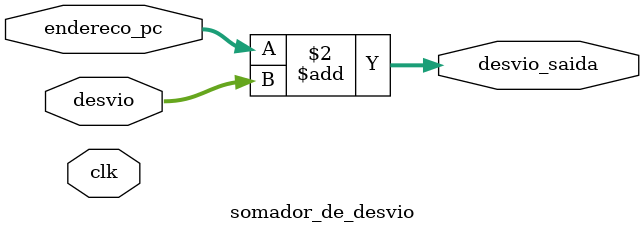
<source format=v>
module somador_de_desvio (endereco_pc,clk,desvio,desvio_saida);
	input [31:0] endereco_pc;
	input [31:0] desvio;
	input clk;
	output reg [31:0] desvio_saida;
	always @(endereco_pc or desvio)begin
		desvio_saida = endereco_pc + desvio;
	end
endmodule

</source>
